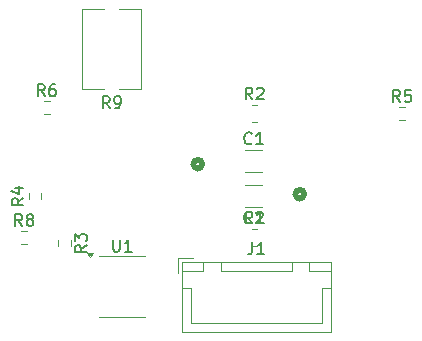
<source format=gbr>
%TF.GenerationSoftware,KiCad,Pcbnew,9.0.0*%
%TF.CreationDate,2025-04-22T12:40:58+02:00*%
%TF.ProjectId,carte-capteur-ir,63617274-652d-4636-9170-746575722d69,rev?*%
%TF.SameCoordinates,Original*%
%TF.FileFunction,Legend,Top*%
%TF.FilePolarity,Positive*%
%FSLAX46Y46*%
G04 Gerber Fmt 4.6, Leading zero omitted, Abs format (unit mm)*
G04 Created by KiCad (PCBNEW 9.0.0) date 2025-04-22 12:40:58*
%MOMM*%
%LPD*%
G01*
G04 APERTURE LIST*
%ADD10C,0.150000*%
%ADD11C,0.120000*%
%ADD12C,0.508000*%
G04 APERTURE END LIST*
D10*
X224875259Y-93365394D02*
X224541926Y-92889203D01*
X224303831Y-93365394D02*
X224303831Y-92365394D01*
X224303831Y-92365394D02*
X224684783Y-92365394D01*
X224684783Y-92365394D02*
X224780021Y-92413013D01*
X224780021Y-92413013D02*
X224827640Y-92460632D01*
X224827640Y-92460632D02*
X224875259Y-92555870D01*
X224875259Y-92555870D02*
X224875259Y-92698727D01*
X224875259Y-92698727D02*
X224827640Y-92793965D01*
X224827640Y-92793965D02*
X224780021Y-92841584D01*
X224780021Y-92841584D02*
X224684783Y-92889203D01*
X224684783Y-92889203D02*
X224303831Y-92889203D01*
X225827640Y-93365394D02*
X225256212Y-93365394D01*
X225541926Y-93365394D02*
X225541926Y-92365394D01*
X225541926Y-92365394D02*
X225446688Y-92508251D01*
X225446688Y-92508251D02*
X225351450Y-92603489D01*
X225351450Y-92603489D02*
X225256212Y-92651108D01*
X210839245Y-95227241D02*
X210363054Y-95560574D01*
X210839245Y-95798669D02*
X209839245Y-95798669D01*
X209839245Y-95798669D02*
X209839245Y-95417717D01*
X209839245Y-95417717D02*
X209886864Y-95322479D01*
X209886864Y-95322479D02*
X209934483Y-95274860D01*
X209934483Y-95274860D02*
X210029721Y-95227241D01*
X210029721Y-95227241D02*
X210172578Y-95227241D01*
X210172578Y-95227241D02*
X210267816Y-95274860D01*
X210267816Y-95274860D02*
X210315435Y-95322479D01*
X210315435Y-95322479D02*
X210363054Y-95417717D01*
X210363054Y-95417717D02*
X210363054Y-95798669D01*
X209839245Y-94893907D02*
X209839245Y-94274860D01*
X209839245Y-94274860D02*
X210220197Y-94608193D01*
X210220197Y-94608193D02*
X210220197Y-94465336D01*
X210220197Y-94465336D02*
X210267816Y-94370098D01*
X210267816Y-94370098D02*
X210315435Y-94322479D01*
X210315435Y-94322479D02*
X210410673Y-94274860D01*
X210410673Y-94274860D02*
X210648768Y-94274860D01*
X210648768Y-94274860D02*
X210744006Y-94322479D01*
X210744006Y-94322479D02*
X210791626Y-94370098D01*
X210791626Y-94370098D02*
X210839245Y-94465336D01*
X210839245Y-94465336D02*
X210839245Y-94751050D01*
X210839245Y-94751050D02*
X210791626Y-94846288D01*
X210791626Y-94846288D02*
X210744006Y-94893907D01*
X205479245Y-91227241D02*
X205003054Y-91560574D01*
X205479245Y-91798669D02*
X204479245Y-91798669D01*
X204479245Y-91798669D02*
X204479245Y-91417717D01*
X204479245Y-91417717D02*
X204526864Y-91322479D01*
X204526864Y-91322479D02*
X204574483Y-91274860D01*
X204574483Y-91274860D02*
X204669721Y-91227241D01*
X204669721Y-91227241D02*
X204812578Y-91227241D01*
X204812578Y-91227241D02*
X204907816Y-91274860D01*
X204907816Y-91274860D02*
X204955435Y-91322479D01*
X204955435Y-91322479D02*
X205003054Y-91417717D01*
X205003054Y-91417717D02*
X205003054Y-91798669D01*
X204812578Y-90370098D02*
X205479245Y-90370098D01*
X204431626Y-90608193D02*
X205145911Y-90846288D01*
X205145911Y-90846288D02*
X205145911Y-90227241D01*
X213067521Y-94750394D02*
X213067521Y-95559917D01*
X213067521Y-95559917D02*
X213115140Y-95655155D01*
X213115140Y-95655155D02*
X213162759Y-95702775D01*
X213162759Y-95702775D02*
X213257997Y-95750394D01*
X213257997Y-95750394D02*
X213448473Y-95750394D01*
X213448473Y-95750394D02*
X213543711Y-95702775D01*
X213543711Y-95702775D02*
X213591330Y-95655155D01*
X213591330Y-95655155D02*
X213638949Y-95559917D01*
X213638949Y-95559917D02*
X213638949Y-94750394D01*
X214638949Y-95750394D02*
X214067521Y-95750394D01*
X214353235Y-95750394D02*
X214353235Y-94750394D01*
X214353235Y-94750394D02*
X214257997Y-94893251D01*
X214257997Y-94893251D02*
X214162759Y-94988489D01*
X214162759Y-94988489D02*
X214067521Y-95036108D01*
X224812759Y-86570155D02*
X224765140Y-86617775D01*
X224765140Y-86617775D02*
X224622283Y-86665394D01*
X224622283Y-86665394D02*
X224527045Y-86665394D01*
X224527045Y-86665394D02*
X224384188Y-86617775D01*
X224384188Y-86617775D02*
X224288950Y-86522536D01*
X224288950Y-86522536D02*
X224241331Y-86427298D01*
X224241331Y-86427298D02*
X224193712Y-86236822D01*
X224193712Y-86236822D02*
X224193712Y-86093965D01*
X224193712Y-86093965D02*
X224241331Y-85903489D01*
X224241331Y-85903489D02*
X224288950Y-85808251D01*
X224288950Y-85808251D02*
X224384188Y-85713013D01*
X224384188Y-85713013D02*
X224527045Y-85665394D01*
X224527045Y-85665394D02*
X224622283Y-85665394D01*
X224622283Y-85665394D02*
X224765140Y-85713013D01*
X224765140Y-85713013D02*
X224812759Y-85760632D01*
X225765140Y-86665394D02*
X225193712Y-86665394D01*
X225479426Y-86665394D02*
X225479426Y-85665394D01*
X225479426Y-85665394D02*
X225384188Y-85808251D01*
X225384188Y-85808251D02*
X225288950Y-85903489D01*
X225288950Y-85903489D02*
X225193712Y-85951108D01*
X207287759Y-82585394D02*
X206954426Y-82109203D01*
X206716331Y-82585394D02*
X206716331Y-81585394D01*
X206716331Y-81585394D02*
X207097283Y-81585394D01*
X207097283Y-81585394D02*
X207192521Y-81633013D01*
X207192521Y-81633013D02*
X207240140Y-81680632D01*
X207240140Y-81680632D02*
X207287759Y-81775870D01*
X207287759Y-81775870D02*
X207287759Y-81918727D01*
X207287759Y-81918727D02*
X207240140Y-82013965D01*
X207240140Y-82013965D02*
X207192521Y-82061584D01*
X207192521Y-82061584D02*
X207097283Y-82109203D01*
X207097283Y-82109203D02*
X206716331Y-82109203D01*
X208144902Y-81585394D02*
X207954426Y-81585394D01*
X207954426Y-81585394D02*
X207859188Y-81633013D01*
X207859188Y-81633013D02*
X207811569Y-81680632D01*
X207811569Y-81680632D02*
X207716331Y-81823489D01*
X207716331Y-81823489D02*
X207668712Y-82013965D01*
X207668712Y-82013965D02*
X207668712Y-82394917D01*
X207668712Y-82394917D02*
X207716331Y-82490155D01*
X207716331Y-82490155D02*
X207763950Y-82537775D01*
X207763950Y-82537775D02*
X207859188Y-82585394D01*
X207859188Y-82585394D02*
X208049664Y-82585394D01*
X208049664Y-82585394D02*
X208144902Y-82537775D01*
X208144902Y-82537775D02*
X208192521Y-82490155D01*
X208192521Y-82490155D02*
X208240140Y-82394917D01*
X208240140Y-82394917D02*
X208240140Y-82156822D01*
X208240140Y-82156822D02*
X208192521Y-82061584D01*
X208192521Y-82061584D02*
X208144902Y-82013965D01*
X208144902Y-82013965D02*
X208049664Y-81966346D01*
X208049664Y-81966346D02*
X207859188Y-81966346D01*
X207859188Y-81966346D02*
X207763950Y-82013965D01*
X207763950Y-82013965D02*
X207716331Y-82061584D01*
X207716331Y-82061584D02*
X207668712Y-82156822D01*
X224875259Y-82865394D02*
X224541926Y-82389203D01*
X224303831Y-82865394D02*
X224303831Y-81865394D01*
X224303831Y-81865394D02*
X224684783Y-81865394D01*
X224684783Y-81865394D02*
X224780021Y-81913013D01*
X224780021Y-81913013D02*
X224827640Y-81960632D01*
X224827640Y-81960632D02*
X224875259Y-82055870D01*
X224875259Y-82055870D02*
X224875259Y-82198727D01*
X224875259Y-82198727D02*
X224827640Y-82293965D01*
X224827640Y-82293965D02*
X224780021Y-82341584D01*
X224780021Y-82341584D02*
X224684783Y-82389203D01*
X224684783Y-82389203D02*
X224303831Y-82389203D01*
X225256212Y-81960632D02*
X225303831Y-81913013D01*
X225303831Y-81913013D02*
X225399069Y-81865394D01*
X225399069Y-81865394D02*
X225637164Y-81865394D01*
X225637164Y-81865394D02*
X225732402Y-81913013D01*
X225732402Y-81913013D02*
X225780021Y-81960632D01*
X225780021Y-81960632D02*
X225827640Y-82055870D01*
X225827640Y-82055870D02*
X225827640Y-82151108D01*
X225827640Y-82151108D02*
X225780021Y-82293965D01*
X225780021Y-82293965D02*
X225208593Y-82865394D01*
X225208593Y-82865394D02*
X225827640Y-82865394D01*
X205375259Y-93585394D02*
X205041926Y-93109203D01*
X204803831Y-93585394D02*
X204803831Y-92585394D01*
X204803831Y-92585394D02*
X205184783Y-92585394D01*
X205184783Y-92585394D02*
X205280021Y-92633013D01*
X205280021Y-92633013D02*
X205327640Y-92680632D01*
X205327640Y-92680632D02*
X205375259Y-92775870D01*
X205375259Y-92775870D02*
X205375259Y-92918727D01*
X205375259Y-92918727D02*
X205327640Y-93013965D01*
X205327640Y-93013965D02*
X205280021Y-93061584D01*
X205280021Y-93061584D02*
X205184783Y-93109203D01*
X205184783Y-93109203D02*
X204803831Y-93109203D01*
X205946688Y-93013965D02*
X205851450Y-92966346D01*
X205851450Y-92966346D02*
X205803831Y-92918727D01*
X205803831Y-92918727D02*
X205756212Y-92823489D01*
X205756212Y-92823489D02*
X205756212Y-92775870D01*
X205756212Y-92775870D02*
X205803831Y-92680632D01*
X205803831Y-92680632D02*
X205851450Y-92633013D01*
X205851450Y-92633013D02*
X205946688Y-92585394D01*
X205946688Y-92585394D02*
X206137164Y-92585394D01*
X206137164Y-92585394D02*
X206232402Y-92633013D01*
X206232402Y-92633013D02*
X206280021Y-92680632D01*
X206280021Y-92680632D02*
X206327640Y-92775870D01*
X206327640Y-92775870D02*
X206327640Y-92823489D01*
X206327640Y-92823489D02*
X206280021Y-92918727D01*
X206280021Y-92918727D02*
X206232402Y-92966346D01*
X206232402Y-92966346D02*
X206137164Y-93013965D01*
X206137164Y-93013965D02*
X205946688Y-93013965D01*
X205946688Y-93013965D02*
X205851450Y-93061584D01*
X205851450Y-93061584D02*
X205803831Y-93109203D01*
X205803831Y-93109203D02*
X205756212Y-93204441D01*
X205756212Y-93204441D02*
X205756212Y-93394917D01*
X205756212Y-93394917D02*
X205803831Y-93490155D01*
X205803831Y-93490155D02*
X205851450Y-93537775D01*
X205851450Y-93537775D02*
X205946688Y-93585394D01*
X205946688Y-93585394D02*
X206137164Y-93585394D01*
X206137164Y-93585394D02*
X206232402Y-93537775D01*
X206232402Y-93537775D02*
X206280021Y-93490155D01*
X206280021Y-93490155D02*
X206327640Y-93394917D01*
X206327640Y-93394917D02*
X206327640Y-93204441D01*
X206327640Y-93204441D02*
X206280021Y-93109203D01*
X206280021Y-93109203D02*
X206232402Y-93061584D01*
X206232402Y-93061584D02*
X206137164Y-93013965D01*
X224812759Y-93270155D02*
X224765140Y-93317775D01*
X224765140Y-93317775D02*
X224622283Y-93365394D01*
X224622283Y-93365394D02*
X224527045Y-93365394D01*
X224527045Y-93365394D02*
X224384188Y-93317775D01*
X224384188Y-93317775D02*
X224288950Y-93222536D01*
X224288950Y-93222536D02*
X224241331Y-93127298D01*
X224241331Y-93127298D02*
X224193712Y-92936822D01*
X224193712Y-92936822D02*
X224193712Y-92793965D01*
X224193712Y-92793965D02*
X224241331Y-92603489D01*
X224241331Y-92603489D02*
X224288950Y-92508251D01*
X224288950Y-92508251D02*
X224384188Y-92413013D01*
X224384188Y-92413013D02*
X224527045Y-92365394D01*
X224527045Y-92365394D02*
X224622283Y-92365394D01*
X224622283Y-92365394D02*
X224765140Y-92413013D01*
X224765140Y-92413013D02*
X224812759Y-92460632D01*
X225193712Y-92460632D02*
X225241331Y-92413013D01*
X225241331Y-92413013D02*
X225336569Y-92365394D01*
X225336569Y-92365394D02*
X225574664Y-92365394D01*
X225574664Y-92365394D02*
X225669902Y-92413013D01*
X225669902Y-92413013D02*
X225717521Y-92460632D01*
X225717521Y-92460632D02*
X225765140Y-92555870D01*
X225765140Y-92555870D02*
X225765140Y-92651108D01*
X225765140Y-92651108D02*
X225717521Y-92793965D01*
X225717521Y-92793965D02*
X225146093Y-93365394D01*
X225146093Y-93365394D02*
X225765140Y-93365394D01*
X237375259Y-83085394D02*
X237041926Y-82609203D01*
X236803831Y-83085394D02*
X236803831Y-82085394D01*
X236803831Y-82085394D02*
X237184783Y-82085394D01*
X237184783Y-82085394D02*
X237280021Y-82133013D01*
X237280021Y-82133013D02*
X237327640Y-82180632D01*
X237327640Y-82180632D02*
X237375259Y-82275870D01*
X237375259Y-82275870D02*
X237375259Y-82418727D01*
X237375259Y-82418727D02*
X237327640Y-82513965D01*
X237327640Y-82513965D02*
X237280021Y-82561584D01*
X237280021Y-82561584D02*
X237184783Y-82609203D01*
X237184783Y-82609203D02*
X236803831Y-82609203D01*
X238280021Y-82085394D02*
X237803831Y-82085394D01*
X237803831Y-82085394D02*
X237756212Y-82561584D01*
X237756212Y-82561584D02*
X237803831Y-82513965D01*
X237803831Y-82513965D02*
X237899069Y-82466346D01*
X237899069Y-82466346D02*
X238137164Y-82466346D01*
X238137164Y-82466346D02*
X238232402Y-82513965D01*
X238232402Y-82513965D02*
X238280021Y-82561584D01*
X238280021Y-82561584D02*
X238327640Y-82656822D01*
X238327640Y-82656822D02*
X238327640Y-82894917D01*
X238327640Y-82894917D02*
X238280021Y-82990155D01*
X238280021Y-82990155D02*
X238232402Y-83037775D01*
X238232402Y-83037775D02*
X238137164Y-83085394D01*
X238137164Y-83085394D02*
X237899069Y-83085394D01*
X237899069Y-83085394D02*
X237803831Y-83037775D01*
X237803831Y-83037775D02*
X237756212Y-82990155D01*
X224871092Y-94965394D02*
X224871092Y-95679679D01*
X224871092Y-95679679D02*
X224823473Y-95822536D01*
X224823473Y-95822536D02*
X224728235Y-95917775D01*
X224728235Y-95917775D02*
X224585378Y-95965394D01*
X224585378Y-95965394D02*
X224490140Y-95965394D01*
X225871092Y-95965394D02*
X225299664Y-95965394D01*
X225585378Y-95965394D02*
X225585378Y-94965394D01*
X225585378Y-94965394D02*
X225490140Y-95108251D01*
X225490140Y-95108251D02*
X225394902Y-95203489D01*
X225394902Y-95203489D02*
X225299664Y-95251108D01*
X212787759Y-83605394D02*
X212454426Y-83129203D01*
X212216331Y-83605394D02*
X212216331Y-82605394D01*
X212216331Y-82605394D02*
X212597283Y-82605394D01*
X212597283Y-82605394D02*
X212692521Y-82653013D01*
X212692521Y-82653013D02*
X212740140Y-82700632D01*
X212740140Y-82700632D02*
X212787759Y-82795870D01*
X212787759Y-82795870D02*
X212787759Y-82938727D01*
X212787759Y-82938727D02*
X212740140Y-83033965D01*
X212740140Y-83033965D02*
X212692521Y-83081584D01*
X212692521Y-83081584D02*
X212597283Y-83129203D01*
X212597283Y-83129203D02*
X212216331Y-83129203D01*
X213263950Y-83605394D02*
X213454426Y-83605394D01*
X213454426Y-83605394D02*
X213549664Y-83557775D01*
X213549664Y-83557775D02*
X213597283Y-83510155D01*
X213597283Y-83510155D02*
X213692521Y-83367298D01*
X213692521Y-83367298D02*
X213740140Y-83176822D01*
X213740140Y-83176822D02*
X213740140Y-82795870D01*
X213740140Y-82795870D02*
X213692521Y-82700632D01*
X213692521Y-82700632D02*
X213644902Y-82653013D01*
X213644902Y-82653013D02*
X213549664Y-82605394D01*
X213549664Y-82605394D02*
X213359188Y-82605394D01*
X213359188Y-82605394D02*
X213263950Y-82653013D01*
X213263950Y-82653013D02*
X213216331Y-82700632D01*
X213216331Y-82700632D02*
X213168712Y-82795870D01*
X213168712Y-82795870D02*
X213168712Y-83033965D01*
X213168712Y-83033965D02*
X213216331Y-83129203D01*
X213216331Y-83129203D02*
X213263950Y-83176822D01*
X213263950Y-83176822D02*
X213359188Y-83224441D01*
X213359188Y-83224441D02*
X213549664Y-83224441D01*
X213549664Y-83224441D02*
X213644902Y-83176822D01*
X213644902Y-83176822D02*
X213692521Y-83129203D01*
X213692521Y-83129203D02*
X213740140Y-83033965D01*
D11*
%TO.C,R1*%
X224814862Y-95295575D02*
X225268990Y-95295575D01*
X224814862Y-93825575D02*
X225268990Y-93825575D01*
%TO.C,R3*%
X208431926Y-94805851D02*
X208431926Y-95315299D01*
X209476926Y-94805851D02*
X209476926Y-95315299D01*
%TO.C,R4*%
X205931926Y-91315299D02*
X205931926Y-90805851D01*
X206976926Y-91315299D02*
X206976926Y-90805851D01*
%TO.C,U1*%
X213829426Y-96135575D02*
X211879426Y-96135575D01*
X213829426Y-96135575D02*
X215779426Y-96135575D01*
X213829426Y-101255575D02*
X211879426Y-101255575D01*
X213829426Y-101255575D02*
X215779426Y-101255575D01*
X211129426Y-96230575D02*
X210889426Y-95900575D01*
X211369426Y-95900575D01*
X211129426Y-96230575D01*
G36*
X211129426Y-96230575D02*
G01*
X210889426Y-95900575D01*
X211369426Y-95900575D01*
X211129426Y-96230575D01*
G37*
%TO.C,C1*%
X224268174Y-87150575D02*
X225690678Y-87150575D01*
X224268174Y-88970575D02*
X225690678Y-88970575D01*
%TO.C,R6*%
X207199702Y-83038075D02*
X207709150Y-83038075D01*
X207199702Y-84083075D02*
X207709150Y-84083075D01*
%TO.C,R2*%
X224814862Y-83325575D02*
X225268990Y-83325575D01*
X224814862Y-84795575D02*
X225268990Y-84795575D01*
%TO.C,R8*%
X205287202Y-94038075D02*
X205796650Y-94038075D01*
X205287202Y-95083075D02*
X205796650Y-95083075D01*
%TO.C,C2*%
X225690678Y-91970575D02*
X224268174Y-91970575D01*
X225690678Y-90150575D02*
X224268174Y-90150575D01*
%TO.C,R5*%
X237287202Y-83538075D02*
X237796650Y-83538075D01*
X237287202Y-84583075D02*
X237796650Y-84583075D01*
%TO.C,J1*%
X218604426Y-96310575D02*
X218604426Y-97560575D01*
X218894426Y-96600575D02*
X218894426Y-102570575D01*
X218894426Y-102570575D02*
X231514426Y-102570575D01*
X218904426Y-96610575D02*
X218904426Y-97360575D01*
X218904426Y-97360575D02*
X220704426Y-97360575D01*
X218904426Y-98860575D02*
X219654426Y-98860575D01*
X219654426Y-98860575D02*
X219654426Y-101810575D01*
X219654426Y-101810575D02*
X225204426Y-101810575D01*
X219854426Y-96310575D02*
X218604426Y-96310575D01*
X220704426Y-96610575D02*
X218904426Y-96610575D01*
X220704426Y-97360575D02*
X220704426Y-96610575D01*
X222204426Y-96610575D02*
X222204426Y-97360575D01*
X222204426Y-97360575D02*
X228204426Y-97360575D01*
X228204426Y-96610575D02*
X222204426Y-96610575D01*
X228204426Y-97360575D02*
X228204426Y-96610575D01*
X229704426Y-96610575D02*
X229704426Y-97360575D01*
X229704426Y-97360575D02*
X231504426Y-97360575D01*
X230754426Y-98860575D02*
X230754426Y-101810575D01*
X230754426Y-101810575D02*
X225204426Y-101810575D01*
X231504426Y-96610575D02*
X229704426Y-96610575D01*
X231504426Y-97360575D02*
X231504426Y-96610575D01*
X231504426Y-98860575D02*
X230754426Y-98860575D01*
X231514426Y-96600575D02*
X218894426Y-96600575D01*
X231514426Y-102570575D02*
X231514426Y-96600575D01*
%TO.C,R9*%
X215424426Y-82020575D02*
X215424426Y-75180575D01*
X215424426Y-82020575D02*
X213604426Y-82020575D01*
X215424426Y-75180575D02*
X213604426Y-75180575D01*
X212304426Y-82020575D02*
X210484426Y-82020575D01*
X212304426Y-75180575D02*
X210484426Y-75180575D01*
X210484426Y-82020575D02*
X210484426Y-75180575D01*
D12*
%TO.C,U2*%
X229264227Y-90890575D02*
G75*
G02*
X228502227Y-90890575I-381000J0D01*
G01*
X228502227Y-90890575D02*
G75*
G02*
X229264227Y-90890575I381000J0D01*
G01*
%TO.C,U3*%
X220636627Y-88345776D02*
G75*
G02*
X219874627Y-88345776I-381000J0D01*
G01*
X219874627Y-88345776D02*
G75*
G02*
X220636627Y-88345776I381000J0D01*
G01*
%TD*%
M02*

</source>
